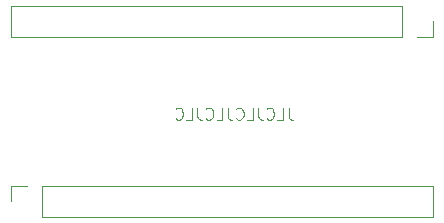
<source format=gbr>
%TF.GenerationSoftware,KiCad,Pcbnew,(6.0.0-0)*%
%TF.CreationDate,2022-01-31T01:53:59-05:00*%
%TF.ProjectId,PLCC32-Adapter,504c4343-3332-42d4-9164-61707465722e,rev?*%
%TF.SameCoordinates,Original*%
%TF.FileFunction,Legend,Bot*%
%TF.FilePolarity,Positive*%
%FSLAX46Y46*%
G04 Gerber Fmt 4.6, Leading zero omitted, Abs format (unit mm)*
G04 Created by KiCad (PCBNEW (6.0.0-0)) date 2022-01-31 01:53:59*
%MOMM*%
%LPD*%
G01*
G04 APERTURE LIST*
%ADD10C,0.100000*%
%ADD11C,0.120000*%
G04 APERTURE END LIST*
D10*
X130095047Y-111720380D02*
X130095047Y-112434666D01*
X130142666Y-112577523D01*
X130237904Y-112672761D01*
X130380761Y-112720380D01*
X130476000Y-112720380D01*
X129142666Y-112720380D02*
X129618857Y-112720380D01*
X129618857Y-111720380D01*
X128237904Y-112625142D02*
X128285523Y-112672761D01*
X128428380Y-112720380D01*
X128523619Y-112720380D01*
X128666476Y-112672761D01*
X128761714Y-112577523D01*
X128809333Y-112482285D01*
X128856952Y-112291809D01*
X128856952Y-112148952D01*
X128809333Y-111958476D01*
X128761714Y-111863238D01*
X128666476Y-111768000D01*
X128523619Y-111720380D01*
X128428380Y-111720380D01*
X128285523Y-111768000D01*
X128237904Y-111815619D01*
X127523619Y-111720380D02*
X127523619Y-112434666D01*
X127571238Y-112577523D01*
X127666476Y-112672761D01*
X127809333Y-112720380D01*
X127904571Y-112720380D01*
X126571238Y-112720380D02*
X127047428Y-112720380D01*
X127047428Y-111720380D01*
X125666476Y-112625142D02*
X125714095Y-112672761D01*
X125856952Y-112720380D01*
X125952190Y-112720380D01*
X126095047Y-112672761D01*
X126190285Y-112577523D01*
X126237904Y-112482285D01*
X126285523Y-112291809D01*
X126285523Y-112148952D01*
X126237904Y-111958476D01*
X126190285Y-111863238D01*
X126095047Y-111768000D01*
X125952190Y-111720380D01*
X125856952Y-111720380D01*
X125714095Y-111768000D01*
X125666476Y-111815619D01*
X124952190Y-111720380D02*
X124952190Y-112434666D01*
X124999809Y-112577523D01*
X125095047Y-112672761D01*
X125237904Y-112720380D01*
X125333142Y-112720380D01*
X123999809Y-112720380D02*
X124476000Y-112720380D01*
X124476000Y-111720380D01*
X123095047Y-112625142D02*
X123142666Y-112672761D01*
X123285523Y-112720380D01*
X123380761Y-112720380D01*
X123523619Y-112672761D01*
X123618857Y-112577523D01*
X123666476Y-112482285D01*
X123714095Y-112291809D01*
X123714095Y-112148952D01*
X123666476Y-111958476D01*
X123618857Y-111863238D01*
X123523619Y-111768000D01*
X123380761Y-111720380D01*
X123285523Y-111720380D01*
X123142666Y-111768000D01*
X123095047Y-111815619D01*
X122380761Y-111720380D02*
X122380761Y-112434666D01*
X122428380Y-112577523D01*
X122523619Y-112672761D01*
X122666476Y-112720380D01*
X122761714Y-112720380D01*
X121428380Y-112720380D02*
X121904571Y-112720380D01*
X121904571Y-111720380D01*
X120523619Y-112625142D02*
X120571238Y-112672761D01*
X120714095Y-112720380D01*
X120809333Y-112720380D01*
X120952190Y-112672761D01*
X121047428Y-112577523D01*
X121095047Y-112482285D01*
X121142666Y-112291809D01*
X121142666Y-112148952D01*
X121095047Y-111958476D01*
X121047428Y-111863238D01*
X120952190Y-111768000D01*
X120809333Y-111720380D01*
X120714095Y-111720380D01*
X120571238Y-111768000D01*
X120523619Y-111815619D01*
D11*
%TO.C,J1*%
X106620000Y-105724000D02*
X106620000Y-103064000D01*
X142300000Y-105724000D02*
X142300000Y-104394000D01*
X140970000Y-105724000D02*
X142300000Y-105724000D01*
X139700000Y-103064000D02*
X106620000Y-103064000D01*
X139700000Y-105724000D02*
X139700000Y-103064000D01*
X139700000Y-105724000D02*
X106620000Y-105724000D01*
%TO.C,J2*%
X109220000Y-120964000D02*
X142300000Y-120964000D01*
X106620000Y-118304000D02*
X106620000Y-119634000D01*
X142300000Y-118304000D02*
X142300000Y-120964000D01*
X109220000Y-118304000D02*
X109220000Y-120964000D01*
X107950000Y-118304000D02*
X106620000Y-118304000D01*
X109220000Y-118304000D02*
X142300000Y-118304000D01*
%TD*%
M02*

</source>
